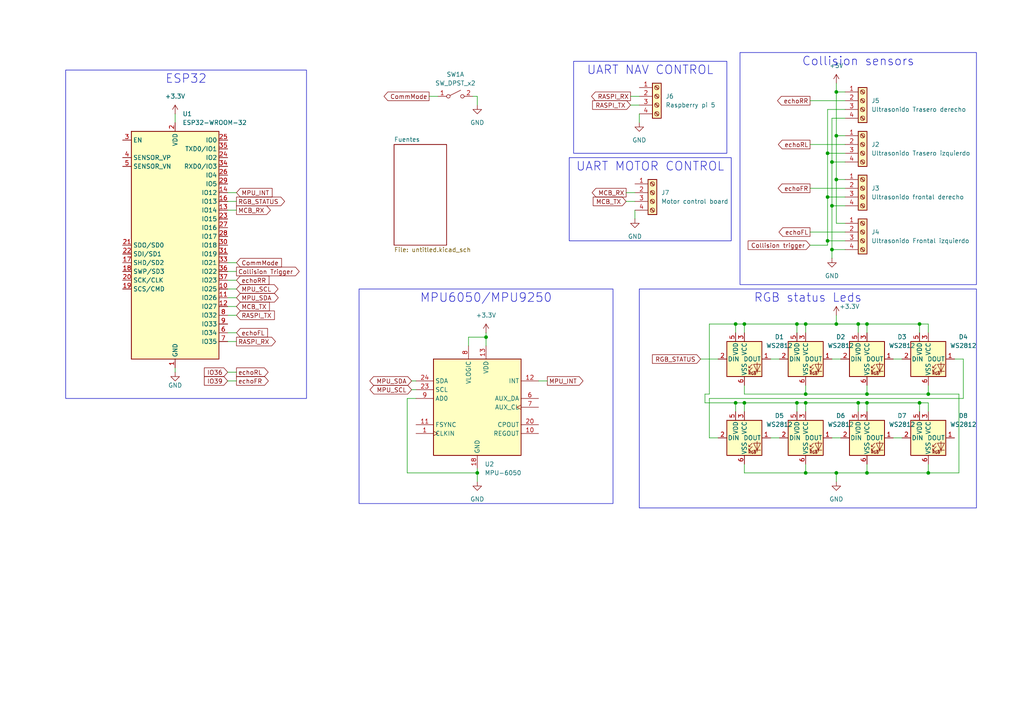
<source format=kicad_sch>
(kicad_sch (version 20250114) (generator "eeschema") (generator_version "9.0")
  (paper "A4")
  (title_block (title "HoverRobot Mainboard") (date "2025-12-05") (rev "1.0.0"))
  (lib_symbols
    (symbol "Connector:Screw_Terminal_01x04" (pin_names (offset 1.016) (hide yes))
      (property "Reference" "J" (at 0 5.08 0))
      (property "Value" "Screw_Terminal_01x04" (at 0 -7.62 0))
      (symbol "Screw_Terminal_01x04_1_1"
        (rectangle (start -1.27 3.81) (end 1.27 -6.35) (stroke (width 0.254)) (fill (type background)))
        (polyline (pts (xy -0.5334 2.8702) (xy 0.3302 2.032)) (stroke (width 0.1524)))
        (polyline (pts (xy -0.5334 0.3302) (xy 0.3302 -0.508)) (stroke (width 0.1524)))
        (polyline (pts (xy -0.5334 -2.2098) (xy 0.3302 -3.048)) (stroke (width 0.1524)))
        (polyline (pts (xy -0.5334 -4.7498) (xy 0.3302 -5.588)) (stroke (width 0.1524)))
        (polyline (pts (xy -0.3556 3.048) (xy 0.508 2.2098)) (stroke (width 0.1524)))
        (polyline (pts (xy -0.3556 0.508) (xy 0.508 -0.3302)) (stroke (width 0.1524)))
        (polyline (pts (xy -0.3556 -2.032) (xy 0.508 -2.8702)) (stroke (width 0.1524)))
        (polyline (pts (xy -0.3556 -4.572) (xy 0.508 -5.4102)) (stroke (width 0.1524)))
        (circle (center 0 2.54) (radius 0.635) (stroke (width 0.1524)))
        (circle (center 0 0) (radius 0.635) (stroke (width 0.1524)))
        (circle (center 0 -2.54) (radius 0.635) (stroke (width 0.1524)))
        (circle (center 0 -5.08) (radius 0.635) (stroke (width 0.1524)))
        (pin passive line (at -5.08 2.54 0) (length 3.81) (name "Pin_1") (number "1"))
        (pin passive line (at -5.08 0 0) (length 3.81) (name "Pin_2") (number "2"))
        (pin passive line (at -5.08 -2.54 0) (length 3.81) (name "Pin_3") (number "3"))
        (pin passive line (at -5.08 -5.08 0) (length 3.81) (name "Pin_4") (number "4"))
      )
    )
    (symbol "LED:WS2812" (pin_names (offset 0.254))
      (property "Reference" "D" (at 5.08 5.715 0))
      (property "Value" "WS2812" (at 1.27 -5.715 0))
      (symbol "WS2812_0_0"
        (text "RGB" (at 2.286 -4.191 0) (effects (font (size 0.762 0.762))))
      )
      (symbol "WS2812_0_1"
        (polyline (pts (xy 1.27 -2.54) (xy 1.778 -2.54)))
        (polyline (pts (xy 1.27 -3.556) (xy 1.778 -3.556)))
        (polyline (pts (xy 2.286 -1.524) (xy 1.27 -2.54) (xy 1.27 -2.032)))
        (polyline (pts (xy 2.286 -2.54) (xy 1.27 -3.556) (xy 1.27 -3.048)))
        (polyline (pts (xy 3.683 -1.016) (xy 3.683 -3.556) (xy 3.683 -4.064)))
        (polyline (pts (xy 4.699 -1.524) (xy 2.667 -1.524) (xy 3.683 -3.556) (xy 4.699 -1.524)))
        (polyline (pts (xy 4.699 -3.556) (xy 2.667 -3.556)))
        (rectangle (start 5.08 5.08) (end -5.08 -5.08) (stroke (width 0.254)) (fill (type background)))
      )
      (symbol "WS2812_1_1"
        (pin input line (at -7.62 0 0) (length 2.54) (name "DIN") (number "2"))
        (pin power_in line (at -2.54 7.62 270) (length 2.54) (name "VDD") (number "5"))
        (pin power_in line (at 0 7.62 270) (length 2.54) (name "VCC") (number "3"))
        (pin power_in line (at 0 -7.62 90) (length 2.54) (name "VSS") (number "6"))
        (pin no_connect line (at 5.08 2.54 180) (length 2.54) (hide yes) (name "NC") (number "4"))
        (pin output line (at 7.62 0 180) (length 2.54) (name "DOUT") (number "1"))
      )
    )
    (symbol "RF_Module:ESP32-WROOM-32"
      (property "Reference" "U" (at -12.7 34.29 0))
      (property "Value" "ESP32-WROOM-32" (at 1.27 34.29 0))
      (symbol "ESP32-WROOM-32_0_1"
        (rectangle (start -12.7 33.02) (end 12.7 -33.02) (stroke (width 0.254)) (fill (type background)))
      )
      (symbol "ESP32-WROOM-32_1_1"
        (pin input line (at -15.24 30.48 0) (length 2.54) (name "EN") (number "3"))
        (pin input line (at -15.24 25.4 0) (length 2.54) (name "SENSOR_VP") (number "4"))
        (pin input line (at -15.24 22.86 0) (length 2.54) (name "SENSOR_VN") (number "5"))
        (pin bidirectional line (at -15.24 0 0) (length 2.54) (name "SDO/SD0") (number "21"))
        (pin bidirectional line (at -15.24 -2.54 0) (length 2.54) (name "SDI/SD1") (number "22"))
        (pin bidirectional line (at -15.24 -5.08 0) (length 2.54) (name "SHD/SD2") (number "17"))
        (pin bidirectional line (at -15.24 -7.62 0) (length 2.54) (name "SWP/SD3") (number "18"))
        (pin bidirectional line (at -15.24 -10.16 0) (length 2.54) (name "SCK/CLK") (number "20"))
        (pin bidirectional line (at -15.24 -12.7 0) (length 2.54) (name "SCS/CMD") (number "19"))
        (pin no_connect line (at -12.7 -27.94 0) (length 2.54) (hide yes) (name "NC") (number "32"))
        (pin power_in line (at 0 35.56 270) (length 2.54) (name "VDD") (number "2"))
        (pin power_in line (at 0 -35.56 90) (length 2.54) (name "GND") (number "1"))
        (pin passive line (at 0 -35.56 90) (length 2.54) (hide yes) (name "GND") (number "15"))
        (pin passive line (at 0 -35.56 90) (length 2.54) (hide yes) (name "GND") (number "38"))
        (pin passive line (at 0 -35.56 90) (length 2.54) (hide yes) (name "GND") (number "39"))
        (pin bidirectional line (at 15.24 30.48 180) (length 2.54) (name "IO0") (number "25"))
        (pin bidirectional line (at 15.24 27.94 180) (length 2.54) (name "TXD0/IO1") (number "35"))
        (pin bidirectional line (at 15.24 25.4 180) (length 2.54) (name "IO2") (number "24"))
        (pin bidirectional line (at 15.24 22.86 180) (length 2.54) (name "RXD0/IO3") (number "34"))
        (pin bidirectional line (at 15.24 20.32 180) (length 2.54) (name "IO4") (number "26"))
        (pin bidirectional line (at 15.24 17.78 180) (length 2.54) (name "IO5") (number "29"))
        (pin bidirectional line (at 15.24 15.24 180) (length 2.54) (name "IO12") (number "14"))
        (pin bidirectional line (at 15.24 12.7 180) (length 2.54) (name "IO13") (number "16"))
        (pin bidirectional line (at 15.24 10.16 180) (length 2.54) (name "IO14") (number "13"))
        (pin bidirectional line (at 15.24 7.62 180) (length 2.54) (name "IO15") (number "23"))
        (pin bidirectional line (at 15.24 5.08 180) (length 2.54) (name "IO16") (number "27"))
        (pin bidirectional line (at 15.24 2.54 180) (length 2.54) (name "IO17") (number "28"))
        (pin bidirectional line (at 15.24 0 180) (length 2.54) (name "IO18") (number "30"))
        (pin bidirectional line (at 15.24 -2.54 180) (length 2.54) (name "IO19") (number "31"))
        (pin bidirectional line (at 15.24 -5.08 180) (length 2.54) (name "IO21") (number "33"))
        (pin bidirectional line (at 15.24 -7.62 180) (length 2.54) (name "IO22") (number "36"))
        (pin bidirectional line (at 15.24 -10.16 180) (length 2.54) (name "IO23") (number "37"))
        (pin bidirectional line (at 15.24 -12.7 180) (length 2.54) (name "IO25") (number "10"))
        (pin bidirectional line (at 15.24 -15.24 180) (length 2.54) (name "IO26") (number "11"))
        (pin bidirectional line (at 15.24 -17.78 180) (length 2.54) (name "IO27") (number "12"))
        (pin bidirectional line (at 15.24 -20.32 180) (length 2.54) (name "IO32") (number "8"))
        (pin bidirectional line (at 15.24 -22.86 180) (length 2.54) (name "IO33") (number "9"))
        (pin input line (at 15.24 -25.4 180) (length 2.54) (name "IO34") (number "6"))
        (pin input line (at 15.24 -27.94 180) (length 2.54) (name "IO35") (number "7"))
      )
    )
    (symbol "Sensor_Motion:MPU-6050"
      (property "Reference" "U" (at -11.43 13.97 0))
      (property "Value" "MPU-6050" (at 7.62 -15.24 0))
      (symbol "MPU-6050_0_1"
        (rectangle (start -12.7 13.97) (end 12.7 -13.97) (stroke (width 0.254)) (fill (type background)))
      )
      (symbol "MPU-6050_1_1"
        (pin bidirectional line (at -17.78 7.62 0) (length 5.08) (name "SDA") (number "24"))
        (pin input line (at -17.78 5.08 0) (length 5.08) (name "SCL") (number "23"))
        (pin input line (at -17.78 2.54 0) (length 5.08) (name "AD0") (number "9"))
        (pin input line (at -17.78 -5.08 0) (length 5.08) (name "FSYNC") (number "11"))
        (pin input clock (at -17.78 -7.62 0) (length 5.08) (name "CLKIN") (number "1"))
        (pin no_connect line (at -12.7 12.7 0) (length 2.54) (hide yes) (name "NC") (number "2"))
        (pin no_connect line (at -12.7 10.16 0) (length 2.54) (hide yes) (name "NC") (number "3"))
        (pin no_connect line (at -12.7 0 0) (length 2.54) (hide yes) (name "NC") (number "4"))
        (pin no_connect line (at -12.7 -2.54 0) (length 2.54) (hide yes) (name "NC") (number "5"))
        (pin no_connect line (at -12.7 -10.16 0) (length 2.54) (hide yes) (name "NC") (number "14"))
        (pin power_in line (at -2.54 17.78 270) (length 3.81) (name "VLOGIC") (number "8"))
        (pin power_in line (at 0 -17.78 90) (length 3.81) (name "GND") (number "18"))
        (pin power_in line (at 2.54 17.78 270) (length 3.81) (name "VDD") (number "13"))
        (pin no_connect line (at 12.7 12.7 180) (length 2.54) (hide yes) (name "NC") (number "15"))
        (pin no_connect line (at 12.7 10.16 180) (length 2.54) (hide yes) (name "NC") (number "16"))
        (pin no_connect line (at 12.7 5.08 180) (length 2.54) (hide yes) (name "NC") (number "17"))
        (pin no_connect line (at 12.7 -2.54 180) (length 2.54) (hide yes) (name "RESV") (number "21"))
        (pin no_connect line (at 12.7 -10.16 180) (length 2.54) (hide yes) (name "RESV") (number "19"))
        (pin no_connect line (at 12.7 -12.7 180) (length 2.54) (hide yes) (name "RESV") (number "22"))
        (pin output line (at 17.78 7.62 180) (length 5.08) (name "INT") (number "12"))
        (pin bidirectional line (at 17.78 2.54 180) (length 5.08) (name "AUX_DA") (number "6"))
        (pin output clock (at 17.78 0 180) (length 5.08) (name "AUX_CL") (number "7"))
        (pin passive line (at 17.78 -5.08 180) (length 5.08) (name "CPOUT") (number "20"))
        (pin passive line (at 17.78 -7.62 180) (length 5.08) (name "REGOUT") (number "10"))
      )
    )
    (symbol "Switch:SW_DPST_x2" (pin_names (offset 0) (hide yes))
      (property "Reference" "SW" (at 0 3.175 0))
      (property "Value" "SW_DPST_x2" (at 0 -2.54 0))
      (symbol "SW_DPST_x2_0_0"
        (circle (center -2.032 0) (radius 0.508))
        (polyline (pts (xy -1.524 0.254) (xy 1.524 1.778)))
        (circle (center 2.032 0) (radius 0.508))
      )
      (symbol "SW_DPST_x2_1_1"
        (pin passive line (at -5.08 0 0) (length 2.54) (name "A") (number "1"))
        (pin passive line (at 5.08 0 180) (length 2.54) (name "B") (number "2"))
      )
      (symbol "SW_DPST_x2_2_1"
        (pin passive line (at -5.08 0 0) (length 2.54) (name "A") (number "3"))
        (pin passive line (at 5.08 0 180) (length 2.54) (name "B") (number "4"))
      )
    )
    (symbol "power:+3.3V" (power) (pin_numbers (hide yes)) (pin_names (offset 0) (hide yes))
      (property "Value" "+3.3V" (at 0 3.556 0))
      (symbol "+3.3V_0_1"
        (polyline (pts (xy -0.762 1.27) (xy 0 2.54)))
        (polyline (pts (xy 0 2.54) (xy 0.762 1.27)))
        (polyline (pts (xy 0 0) (xy 0 2.54)))
      )
      (symbol "+3.3V_1_1"
        (pin power_in line (at 0 0 90) (length 0) (name "~") (number "1"))
      )
    )
    (symbol "power:+5V" (power) (pin_numbers (hide yes)) (pin_names (offset 0) (hide yes))
      (property "Value" "+5V" (at 0 3.556 0))
      (symbol "+5V_0_1"
        (polyline (pts (xy -0.762 1.27) (xy 0 2.54)))
        (polyline (pts (xy 0 2.54) (xy 0.762 1.27)))
        (polyline (pts (xy 0 0) (xy 0 2.54)))
      )
      (symbol "+5V_1_1"
        (pin power_in line (at 0 0 90) (length 0) (name "~") (number "1"))
      )
    )
    (symbol "power:GND" (power) (pin_numbers (hide yes)) (pin_names (offset 0) (hide yes))
      (property "Value" "GND" (at 0 -3.81 0))
      (symbol "GND_0_1"
        (polyline (pts (xy 0 0) (xy 0 -1.27) (xy 1.27 -1.27) (xy 0 -2.54) (xy -1.27 -1.27) (xy 0 -1.27)))
      )
      (symbol "GND_1_1"
        (pin power_in line (at 0 0 270) (length 0) (name "~") (number "1"))
      )
    )
  )
  (text_box "MPU6050/MPU9250" (at 104.14 83.82 0) (size 73.66 62.23) (margins 0.9525 0.9525 0.9525 0.9525) (effects (font (size 2.54 2.54)) (justify top)))
  (text_box "ESP32" (at 19.05 20.32 0) (size 69.85 95.25) (margins 0.9525 0.9525 0.9525 0.9525) (effects (font (size 2.5 2.5)) (justify top)))
  (text_box "Collision sensors" (at 214.63 15.24 0) (size 68.58 67.31) (margins 0.9525 0.9525 0.9525 0.9525) (effects (font (size 2.5 2.5)) (justify top)))
  (text_box "RGB status Leds" (at 185.42 83.82 0) (size 97.79 63.5) (margins 0.9525 0.9525 0.9525 0.9525) (effects (font (size 2.5 2.5)) (justify top)))
  (text_box "UART MOTOR CONTROL\n" (at 165.1 45.72 0) (size 46.99 24.13) (margins 0.9525 0.9525 0.9525 0.9525) (effects (font (size 2.54 2.54)) (justify top)))
  (text_box "UART NAV CONTROL" (at 166.37 17.78 0) (size 44.45 26.67) (margins 0.9525 0.9525 0.9525 0.9525) (effects (font (size 2.5 2.5)) (justify top)))
  (junction (at 266.7 116.84))
  (junction (at 213.36 93.98))
  (junction (at 248.92 93.98))
  (junction (at 266.7 93.98))
  (junction (at 269.24 137.16))
  (junction (at 233.68 137.16))
  (junction (at 240.03 57.15))
  (junction (at 240.03 44.45))
  (junction (at 251.46 93.98))
  (junction (at 233.68 116.84))
  (junction (at 241.3 59.69))
  (junction (at 231.14 116.84))
  (junction (at 248.92 116.84))
  (junction (at 241.3 46.99))
  (junction (at 242.57 52.07))
  (junction (at 215.9 93.98))
  (junction (at 242.57 26.67))
  (junction (at 251.46 114.3))
  (junction (at 138.43 137.16))
  (junction (at 240.03 69.85))
  (junction (at 215.9 116.84))
  (junction (at 251.46 137.16))
  (junction (at 251.46 116.84))
  (junction (at 140.97 97.79))
  (junction (at 233.68 93.98))
  (junction (at 242.57 137.16))
  (junction (at 269.24 114.3))
  (junction (at 231.14 93.98))
  (junction (at 242.57 39.37))
  (junction (at 242.57 93.98))
  (junction (at 213.36 116.84))
  (junction (at 233.68 114.3))
  (junction (at 241.3 72.39))
  (wire (pts (xy 215.9 96.52) (xy 215.9 93.98)))
  (wire (pts (xy 269.24 111.76) (xy 269.24 114.3)))
  (wire (pts (xy 240.03 57.15) (xy 245.11 57.15)))
  (wire (pts (xy 240.03 31.75) (xy 240.03 44.45)))
  (wire (pts (xy 66.04 81.28) (xy 68.58 81.28)))
  (wire (pts (xy 278.13 137.16) (xy 269.24 137.16)))
  (wire (pts (xy 266.7 93.98) (xy 269.24 93.98)))
  (wire (pts (xy 245.11 69.85) (xy 240.03 69.85)))
  (wire (pts (xy 124.46 27.94) (xy 127 27.94)))
  (wire (pts (xy 251.46 116.84) (xy 251.46 119.38)))
  (wire (pts (xy 251.46 93.98) (xy 251.46 96.52)))
  (wire (pts (xy 66.04 58.42) (xy 68.58 58.42)))
  (wire (pts (xy 248.92 116.84) (xy 233.68 116.84)))
  (wire (pts (xy 242.57 93.98) (xy 248.92 93.98)))
  (wire (pts (xy 213.36 93.98) (xy 205.74 93.98)))
  (wire (pts (xy 140.97 97.79) (xy 140.97 96.52)))
  (wire (pts (xy 245.11 54.61) (xy 234.95 54.61)))
  (wire (pts (xy 241.3 72.39) (xy 241.3 74.93)))
  (wire (pts (xy 156.21 110.49) (xy 158.75 110.49)))
  (wire (pts (xy 251.46 93.98) (xy 266.7 93.98)))
  (wire (pts (xy 241.3 59.69) (xy 245.11 59.69)))
  (wire (pts (xy 182.88 30.48) (xy 185.42 30.48)))
  (wire (pts (xy 215.9 116.84) (xy 213.36 116.84)))
  (wire (pts (xy 241.3 46.99) (xy 245.11 46.99)))
  (wire (pts (xy 248.92 96.52) (xy 248.92 93.98)))
  (wire (pts (xy 138.43 30.48) (xy 138.43 27.94)))
  (wire (pts (xy 135.89 100.33) (xy 135.89 97.79)))
  (wire (pts (xy 242.57 137.16) (xy 242.57 139.7)))
  (wire (pts (xy 241.3 34.29) (xy 245.11 34.29)))
  (wire (pts (xy 231.14 96.52) (xy 231.14 93.98)))
  (wire (pts (xy 241.3 72.39) (xy 241.3 59.69)))
  (wire (pts (xy 279.4 104.14) (xy 279.4 115.57)))
  (wire (pts (xy 204.47 116.84) (xy 213.36 116.84)))
  (wire (pts (xy 66.04 88.9) (xy 68.58 88.9)))
  (wire (pts (xy 231.14 116.84) (xy 215.9 116.84)))
  (wire (pts (xy 240.03 44.45) (xy 240.03 57.15)))
  (wire (pts (xy 66.04 55.88) (xy 68.58 55.88)))
  (wire (pts (xy 242.57 52.07) (xy 242.57 39.37)))
  (wire (pts (xy 242.57 39.37) (xy 245.11 39.37)))
  (wire (pts (xy 234.95 41.91) (xy 245.11 41.91)))
  (wire (pts (xy 138.43 137.16) (xy 138.43 139.7)))
  (wire (pts (xy 276.86 104.14) (xy 279.4 104.14)))
  (wire (pts (xy 66.04 99.06) (xy 68.58 99.06)))
  (wire (pts (xy 223.52 127) (xy 226.06 127)))
  (wire (pts (xy 138.43 135.89) (xy 138.43 137.16)))
  (wire (pts (xy 223.52 104.14) (xy 226.06 104.14)))
  (wire (pts (xy 66.04 76.2) (xy 68.58 76.2)))
  (wire (pts (xy 269.24 119.38) (xy 269.24 116.84)))
  (wire (pts (xy 240.03 69.85) (xy 240.03 57.15)))
  (wire (pts (xy 245.11 31.75) (xy 240.03 31.75)))
  (wire (pts (xy 119.38 110.49) (xy 120.65 110.49)))
  (wire (pts (xy 266.7 116.84) (xy 251.46 116.84)))
  (wire (pts (xy 213.36 96.52) (xy 213.36 93.98)))
  (wire (pts (xy 251.46 114.3) (xy 269.24 114.3)))
  (wire (pts (xy 269.24 96.52) (xy 269.24 93.98)))
  (wire (pts (xy 279.4 115.57) (xy 205.74 115.57)))
  (wire (pts (xy 66.04 96.52) (xy 68.58 96.52)))
  (wire (pts (xy 234.95 71.12) (xy 240.03 71.12)))
  (wire (pts (xy 182.88 27.94) (xy 185.42 27.94)))
  (wire (pts (xy 184.15 60.96) (xy 184.15 63.5)))
  (wire (pts (xy 205.74 127) (xy 208.28 127)))
  (wire (pts (xy 215.9 137.16) (xy 233.68 137.16)))
  (wire (pts (xy 245.11 64.77) (xy 242.57 64.77)))
  (wire (pts (xy 231.14 116.84) (xy 231.14 119.38)))
  (wire (pts (xy 242.57 24.13) (xy 242.57 26.67)))
  (wire (pts (xy 181.61 55.88) (xy 184.15 55.88)))
  (wire (pts (xy 66.04 60.96) (xy 68.58 60.96)))
  (wire (pts (xy 66.04 86.36) (xy 68.58 86.36)))
  (wire (pts (xy 205.74 93.98) (xy 205.74 114.3)))
  (wire (pts (xy 251.46 111.76) (xy 251.46 114.3)))
  (wire (pts (xy 266.7 116.84) (xy 266.7 119.38)))
  (wire (pts (xy 233.68 93.98) (xy 231.14 93.98)))
  (wire (pts (xy 269.24 114.3) (xy 278.13 114.3)))
  (wire (pts (xy 140.97 97.79) (xy 140.97 100.33)))
  (wire (pts (xy 215.9 93.98) (xy 213.36 93.98)))
  (wire (pts (xy 50.8 106.68) (xy 50.8 107.95)))
  (wire (pts (xy 233.68 111.76) (xy 233.68 114.3)))
  (wire (pts (xy 66.04 110.49) (xy 68.58 110.49)))
  (wire (pts (xy 248.92 93.98) (xy 251.46 93.98)))
  (wire (pts (xy 242.57 52.07) (xy 245.11 52.07)))
  (wire (pts (xy 50.8 33.02) (xy 50.8 35.56)))
  (wire (pts (xy 215.9 111.76) (xy 215.9 114.3)))
  (wire (pts (xy 120.65 115.57) (xy 118.11 115.57)))
  (wire (pts (xy 215.9 114.3) (xy 233.68 114.3)))
  (wire (pts (xy 242.57 64.77) (xy 242.57 52.07)))
  (wire (pts (xy 135.89 97.79) (xy 140.97 97.79)))
  (wire (pts (xy 205.74 114.3) (xy 204.47 114.3)))
  (wire (pts (xy 234.95 29.21) (xy 245.11 29.21)))
  (wire (pts (xy 215.9 134.62) (xy 215.9 137.16)))
  (wire (pts (xy 233.68 137.16) (xy 242.57 137.16)))
  (wire (pts (xy 242.57 91.44) (xy 242.57 93.98)))
  (wire (pts (xy 233.68 93.98) (xy 242.57 93.98)))
  (wire (pts (xy 66.04 91.44) (xy 68.58 91.44)))
  (wire (pts (xy 138.43 27.94) (xy 137.16 27.94)))
  (wire (pts (xy 118.11 137.16) (xy 138.43 137.16)))
  (wire (pts (xy 213.36 116.84) (xy 213.36 119.38)))
  (wire (pts (xy 259.08 104.14) (xy 261.62 104.14)))
  (wire (pts (xy 266.7 93.98) (xy 266.7 96.52)))
  (wire (pts (xy 251.46 134.62) (xy 251.46 137.16)))
  (wire (pts (xy 259.08 127) (xy 261.62 127)))
  (wire (pts (xy 251.46 116.84) (xy 248.92 116.84)))
  (wire (pts (xy 242.57 26.67) (xy 245.11 26.67)))
  (wire (pts (xy 234.95 67.31) (xy 245.11 67.31)))
  (wire (pts (xy 242.57 137.16) (xy 251.46 137.16)))
  (wire (pts (xy 241.3 104.14) (xy 243.84 104.14)))
  (wire (pts (xy 233.68 116.84) (xy 233.68 119.38)))
  (wire (pts (xy 241.3 46.99) (xy 241.3 34.29)))
  (wire (pts (xy 233.68 134.62) (xy 233.68 137.16)))
  (wire (pts (xy 241.3 59.69) (xy 241.3 46.99)))
  (wire (pts (xy 278.13 114.3) (xy 278.13 137.16)))
  (wire (pts (xy 203.2 104.14) (xy 208.28 104.14)))
  (wire (pts (xy 233.68 116.84) (xy 231.14 116.84)))
  (wire (pts (xy 248.92 116.84) (xy 248.92 119.38)))
  (wire (pts (xy 233.68 114.3) (xy 251.46 114.3)))
  (wire (pts (xy 240.03 71.12) (xy 240.03 69.85)))
  (wire (pts (xy 205.74 115.57) (xy 205.74 127)))
  (wire (pts (xy 215.9 116.84) (xy 215.9 119.38)))
  (wire (pts (xy 204.47 114.3) (xy 204.47 116.84)))
  (wire (pts (xy 251.46 137.16) (xy 269.24 137.16)))
  (wire (pts (xy 245.11 44.45) (xy 240.03 44.45)))
  (wire (pts (xy 66.04 83.82) (xy 68.58 83.82)))
  (wire (pts (xy 233.68 96.52) (xy 233.68 93.98)))
  (wire (pts (xy 269.24 116.84) (xy 266.7 116.84)))
  (wire (pts (xy 241.3 127) (xy 243.84 127)))
  (wire (pts (xy 245.11 72.39) (xy 241.3 72.39)))
  (wire (pts (xy 181.61 58.42) (xy 184.15 58.42)))
  (wire (pts (xy 242.57 39.37) (xy 242.57 26.67)))
  (wire (pts (xy 119.38 113.03) (xy 120.65 113.03)))
  (wire (pts (xy 185.42 33.02) (xy 185.42 35.56)))
  (wire (pts (xy 269.24 134.62) (xy 269.24 137.16)))
  (wire (pts (xy 66.04 78.74) (xy 68.58 78.74)))
  (wire (pts (xy 118.11 115.57) (xy 118.11 137.16)))
  (wire (pts (xy 66.04 107.95) (xy 68.58 107.95)))
  (wire (pts (xy 231.14 93.98) (xy 215.9 93.98)))
  (global_label "echoFR" (shape output) (at 68.58 110.49 0) (property "Intersheetrefs" "${INTERSHEET_REFS}" (effects (hide yes))))
  (global_label "MPU_SCL" (shape bidirectional) (at 68.58 83.82 0) (property "Intersheetrefs" "${INTERSHEET_REFS}" (effects (hide yes))))
  (global_label "CommMode" (shape input) (at 68.58 76.2 0) (property "Intersheetrefs" "${INTERSHEET_REFS}" (effects (hide yes))))
  (global_label "RASPI_RX" (shape output) (at 68.58 99.06 0) (property "Intersheetrefs" "${INTERSHEET_REFS}" (effects (hide yes))))
  (global_label "MPU_INT" (shape output) (at 158.75 110.49 0) (property "Intersheetrefs" "${INTERSHEET_REFS}" (effects (hide yes))))
  (global_label "MPU_SDA" (shape bidirectional) (at 119.38 110.49 180) (property "Intersheetrefs" "${INTERSHEET_REFS}" (effects (hide yes))))
  (global_label "MCB_TX" (shape input) (at 68.58 88.9 0) (property "Intersheetrefs" "${INTERSHEET_REFS}" (effects (hide yes))))
  (global_label "IO39" (shape input) (at 66.04 110.49 180) (property "Intersheetrefs" "${INTERSHEET_REFS}" (effects (hide yes))))
  (global_label "RGB_STATUS" (shape output) (at 68.58 58.42 0) (property "Intersheetrefs" "${INTERSHEET_REFS}" (effects (hide yes))))
  (global_label "CommMode" (shape output) (at 124.46 27.94 180) (property "Intersheetrefs" "${INTERSHEET_REFS}" (effects (hide yes))))
  (global_label "echoRL" (shape output) (at 68.58 107.95 0) (property "Intersheetrefs" "${INTERSHEET_REFS}" (effects (hide yes))))
  (global_label "MCB_RX" (shape output) (at 68.58 60.96 0) (property "Intersheetrefs" "${INTERSHEET_REFS}" (effects (hide yes))))
  (global_label "echoRR" (shape output) (at 234.95 29.21 180) (property "Intersheetrefs" "${INTERSHEET_REFS}" (effects (hide yes))))
  (global_label "Collision Trigger" (shape output) (at 68.58 78.74 0) (property "Intersheetrefs" "${INTERSHEET_REFS}" (effects (hide yes))))
  (global_label "MPU_INT" (shape input) (at 68.58 55.88 0) (property "Intersheetrefs" "${INTERSHEET_REFS}" (effects (hide yes))))
  (global_label "RGB_STATUS" (shape input) (at 203.2 104.14 180) (property "Intersheetrefs" "${INTERSHEET_REFS}" (effects (hide yes))))
  (global_label "echoFL" (shape input) (at 68.58 96.52 0) (property "Intersheetrefs" "${INTERSHEET_REFS}" (effects (hide yes))))
  (global_label "MPU_SDA" (shape bidirectional) (at 68.58 86.36 0) (property "Intersheetrefs" "${INTERSHEET_REFS}" (effects (hide yes))))
  (global_label "RASPI_TX" (shape input) (at 182.88 30.48 180) (property "Intersheetrefs" "${INTERSHEET_REFS}" (effects (hide yes))))
  (global_label "echoFL" (shape output) (at 234.95 67.31 180) (property "Intersheetrefs" "${INTERSHEET_REFS}" (effects (hide yes))))
  (global_label "IO36" (shape input) (at 66.04 107.95 180) (property "Intersheetrefs" "${INTERSHEET_REFS}" (effects (hide yes))))
  (global_label "echoFR" (shape output) (at 234.95 54.61 180) (property "Intersheetrefs" "${INTERSHEET_REFS}" (effects (hide yes))))
  (global_label "Collision trigger" (shape input) (at 234.95 71.12 180) (property "Intersheetrefs" "${INTERSHEET_REFS}" (effects (hide yes))))
  (global_label "echoRR" (shape input) (at 68.58 81.28 0) (property "Intersheetrefs" "${INTERSHEET_REFS}" (effects (hide yes))))
  (global_label "RASPI_RX" (shape output) (at 182.88 27.94 180) (property "Intersheetrefs" "${INTERSHEET_REFS}" (effects (hide yes))))
  (global_label "MCB_TX" (shape input) (at 181.61 58.42 180) (property "Intersheetrefs" "${INTERSHEET_REFS}" (effects (hide yes))))
  (global_label "RASPI_TX" (shape input) (at 68.58 91.44 0) (property "Intersheetrefs" "${INTERSHEET_REFS}" (effects (hide yes))))
  (global_label "MCB_RX" (shape output) (at 181.61 55.88 180) (property "Intersheetrefs" "${INTERSHEET_REFS}" (effects (hide yes))))
  (global_label "MPU_SCL" (shape bidirectional) (at 119.38 113.03 180) (property "Intersheetrefs" "${INTERSHEET_REFS}" (effects (hide yes))))
  (global_label "echoRL" (shape output) (at 234.95 41.91 180) (property "Intersheetrefs" "${INTERSHEET_REFS}" (effects (hide yes))))
  (symbol (lib_id "LED:WS2812") (at 269.24 127 0) (unit 1)
    (property "Reference" "D8" (at 279.4 120.5798 0))
    (property "Value" "WS2812" (at 279.4 123.1198 0))
    (property "Footprint" "LED_SMD:LED_WS2812_PLCC6_5.0x5.0mm_P1.6mm" (effects (hide yes)))
    (property "Datasheet" "https://cdn-shop.adafruit.com/datasheets/WS2812.pdf" (effects (hide yes)))
    (property "Description" "RGB LED with integrated controller" (effects (hide yes)))
  )
  (symbol (lib_id "power:GND") (at 242.57 139.7 0) (unit 1)
    (property "Reference" "#PWR03" (effects (hide yes)))
    (property "Value" "GND" (at 242.57 144.78 0))
    (property "Description" "Power symbol creates a global label with name \"GND\" , ground" (effects (hide yes)))
  )
  (symbol (lib_id "power:+3.3V") (at 140.97 96.52 0) (unit 1)
    (property "Reference" "#PWR07" (effects (hide yes)))
    (property "Value" "+3.3V" (at 140.97 91.44 0))
    (property "Description" "Power symbol creates a global label with name \"+3.3V\"" (effects (hide yes)))
  )
  (symbol (lib_id "Connector:Screw_Terminal_01x04") (at 250.19 29.21 0) (unit 1)
    (property "Reference" "J5" (at 252.73 29.2099 0) (effects (justify left)))
    (property "Value" "Ultrasonido Trasero derecho" (at 252.73 31.7499 0) (effects (justify left)))
    (property "Description" "Generic screw terminal, single row, 01x04, script generated (kicad-library-utils/schlib/autogen/connector/)" (effects (hide yes)))
  )
  (symbol (lib_id "LED:WS2812") (at 215.9 127 0) (unit 1)
    (property "Reference" "D5" (at 226.06 120.5798 0))
    (property "Value" "WS2812" (at 226.06 123.1198 0))
    (property "Footprint" "LED_SMD:LED_WS2812_PLCC6_5.0x5.0mm_P1.6mm" (effects (hide yes)))
    (property "Datasheet" "https://cdn-shop.adafruit.com/datasheets/WS2812.pdf" (effects (hide yes)))
    (property "Description" "RGB LED with integrated controller" (effects (hide yes)))
  )
  (symbol (lib_id "Connector:Screw_Terminal_01x04") (at 250.19 67.31 0) (unit 1)
    (property "Reference" "J4" (at 252.73 67.3099 0) (effects (justify left)))
    (property "Value" "Ultrasonido Frontal izquierdo" (at 252.73 69.8499 0) (effects (justify left)))
    (property "Description" "Generic screw terminal, single row, 01x04, script generated (kicad-library-utils/schlib/autogen/connector/)" (effects (hide yes)))
  )
  (symbol (lib_id "power:GND") (at 138.43 139.7 0) (unit 1)
    (property "Reference" "#PWR06" (effects (hide yes)))
    (property "Value" "GND" (at 138.43 144.78 0))
    (property "Description" "Power symbol creates a global label with name \"GND\" , ground" (effects (hide yes)))
  )
  (symbol (lib_id "power:+3.3V") (at 242.57 91.44 0) (unit 1)
    (property "Reference" "#PWR04" (effects (hide yes)))
    (property "Value" "+3.3V" (at 246.38 88.9 0))
    (property "Description" "Power symbol creates a global label with name \"+3.3V\"" (effects (hide yes)))
  )
  (symbol (lib_id "LED:WS2812") (at 233.68 127 0) (unit 1)
    (property "Reference" "D6" (at 243.84 120.5798 0))
    (property "Value" "WS2812" (at 243.84 123.1198 0))
    (property "Footprint" "LED_SMD:LED_WS2812_PLCC6_5.0x5.0mm_P1.6mm" (effects (hide yes)))
    (property "Datasheet" "https://cdn-shop.adafruit.com/datasheets/WS2812.pdf" (effects (hide yes)))
    (property "Description" "RGB LED with integrated controller" (effects (hide yes)))
  )
  (symbol (lib_id "LED:WS2812") (at 215.9 104.14 0) (unit 1)
    (property "Reference" "D1" (at 226.06 97.7198 0))
    (property "Value" "WS2812" (at 226.06 100.2598 0))
    (property "Footprint" "LED_SMD:LED_WS2812_PLCC6_5.0x5.0mm_P1.6mm" (effects (hide yes)))
    (property "Datasheet" "https://cdn-shop.adafruit.com/datasheets/WS2812.pdf" (effects (hide yes)))
    (property "Description" "RGB LED with integrated controller" (effects (hide yes)))
  )
  (symbol (lib_id "LED:WS2812") (at 251.46 127 0) (unit 1)
    (property "Reference" "D7" (at 261.62 120.5798 0))
    (property "Value" "WS2812" (at 261.62 123.1198 0))
    (property "Footprint" "LED_SMD:LED_WS2812_PLCC6_5.0x5.0mm_P1.6mm" (effects (hide yes)))
    (property "Datasheet" "https://cdn-shop.adafruit.com/datasheets/WS2812.pdf" (effects (hide yes)))
    (property "Description" "RGB LED with integrated controller" (effects (hide yes)))
  )
  (symbol (lib_id "Switch:SW_DPST_x2") (at 132.08 27.94 0) (unit 1)
    (property "Reference" "SW1" (at 132.08 21.59 0))
    (property "Value" "SW_DPST_x2" (at 132.08 24.13 0))
    (property "Description" "Single Pole Single Throw (SPST) switch, separate symbol" (effects (hide yes)))
  )
  (symbol (lib_id "power:GND") (at 241.3 74.93 0) (unit 1)
    (property "Reference" "#PWR02" (effects (hide yes)))
    (property "Value" "GND" (at 241.3 80.01 0))
    (property "Description" "Power symbol creates a global label with name \"GND\" , ground" (effects (hide yes)))
  )
  (symbol (lib_id "power:GND") (at 138.43 30.48 0) (unit 1)
    (property "Reference" "#PWR011" (effects (hide yes)))
    (property "Value" "GND" (at 138.43 35.56 0))
    (property "Description" "Power symbol creates a global label with name \"GND\" , ground" (effects (hide yes)))
  )
  (symbol (lib_id "Connector:Screw_Terminal_01x04") (at 250.19 54.61 0) (unit 1)
    (property "Reference" "J3" (at 252.73 54.6099 0) (effects (justify left)))
    (property "Value" "Ultrasonido frontal derecho" (at 252.73 57.1499 0) (effects (justify left)))
    (property "Description" "Generic screw terminal, single row, 01x04, script generated (kicad-library-utils/schlib/autogen/connector/)" (effects (hide yes)))
  )
  (symbol (lib_id "RF_Module:ESP32-WROOM-32") (at 50.8 71.12 0) (unit 1)
    (property "Reference" "U1" (at 52.9433 33.02 0) (effects (justify left)))
    (property "Value" "ESP32-WROOM-32" (at 52.9433 35.56 0) (effects (justify left)))
    (property "Footprint" "RF_Module:ESP32-WROOM-32" (effects (hide yes)))
    (property "Datasheet" "https://www.espressif.com/sites/default/files/documentation/esp32-wroom-32_datasheet_en.pdf" (effects (hide yes)))
    (property "Description" "RF Module, ESP32-D0WDQ6 SoC, Wi-Fi 802.11b/g/n, Bluetooth, BLE, 32-bit, 2.7-3.6V, onboard antenna, SMD" (effects (hide yes)))
  )
  (symbol (lib_id "Sensor_Motion:MPU-6050") (at 138.43 118.11 0) (unit 1)
    (property "Reference" "U2" (at 140.5733 134.62 0) (effects (justify left)))
    (property "Value" "MPU-6050" (at 140.5733 137.16 0) (effects (justify left)))
    (property "Footprint" "Sensor_Motion:InvenSense_QFN-24_4x4mm_P0.5mm" (effects (hide yes)))
    (property "Datasheet" "https://invensense.tdk.com/wp-content/uploads/2015/02/MPU-6000-Datasheet1.pdf" (effects (hide yes)))
    (property "Description" "InvenSense 6-Axis Motion Sensor, Gyroscope, Accelerometer, I2C" (effects (hide yes)))
  )
  (symbol (lib_id "power:GND") (at 184.15 63.5 0) (unit 1)
    (property "Reference" "#PWR08" (effects (hide yes)))
    (property "Value" "GND" (at 184.15 68.58 0))
    (property "Description" "Power symbol creates a global label with name \"GND\" , ground" (effects (hide yes)))
  )
  (symbol (lib_id "LED:WS2812") (at 269.24 104.14 0) (unit 1)
    (property "Reference" "D4" (at 279.4 97.7198 0))
    (property "Value" "WS2812" (at 279.4 100.2598 0))
    (property "Footprint" "LED_SMD:LED_WS2812_PLCC6_5.0x5.0mm_P1.6mm" (effects (hide yes)))
    (property "Datasheet" "https://cdn-shop.adafruit.com/datasheets/WS2812.pdf" (effects (hide yes)))
    (property "Description" "RGB LED with integrated controller" (effects (hide yes)))
  )
  (symbol (lib_id "power:+3.3V") (at 50.8 33.02 0) (unit 1)
    (property "Reference" "#PWR05" (effects (hide yes)))
    (property "Value" "+3.3V" (at 50.8 27.94 0))
    (property "Description" "Power symbol creates a global label with name \"+3.3V\"" (effects (hide yes)))
  )
  (symbol (lib_id "Connector:Screw_Terminal_01x04") (at 250.19 41.91 0) (unit 1)
    (property "Reference" "J2" (at 252.73 41.9099 0) (effects (justify left)))
    (property "Value" "Ultrasonido Trasero izquierdo" (at 252.73 44.4499 0) (effects (justify left)))
    (property "Description" "Generic screw terminal, single row, 01x04, script generated (kicad-library-utils/schlib/autogen/connector/)" (effects (hide yes)))
  )
  (symbol (lib_id "power:GND") (at 50.8 107.95 0) (unit 1)
    (property "Reference" "#PWR010" (effects (hide yes)))
    (property "Value" "GND" (at 50.8 111.76 0))
    (property "Description" "Power symbol creates a global label with name \"GND\" , ground" (effects (hide yes)))
  )
  (symbol (lib_id "power:GND") (at 185.42 35.56 0) (unit 1)
    (property "Reference" "#PWR09" (effects (hide yes)))
    (property "Value" "GND" (at 185.42 40.64 0))
    (property "Description" "Power symbol creates a global label with name \"GND\" , ground" (effects (hide yes)))
  )
  (symbol (lib_id "Connector:Screw_Terminal_01x04") (at 189.23 55.88 0) (unit 1)
    (property "Reference" "J7" (at 191.77 55.8799 0) (effects (justify left)))
    (property "Value" "Motor control board" (at 191.77 58.4199 0) (effects (justify left)))
    (property "Description" "Generic screw terminal, single row, 01x04, script generated (kicad-library-utils/schlib/autogen/connector/)" (effects (hide yes)))
  )
  (symbol (lib_id "power:+5V") (at 242.57 24.13 0) (unit 1)
    (property "Reference" "#PWR01" (effects (hide yes)))
    (property "Value" "+5V" (at 242.57 19.05 0))
    (property "Description" "Power symbol creates a global label with name \"+5V\"" (effects (hide yes)))
  )
  (symbol (lib_id "LED:WS2812") (at 251.46 104.14 0) (unit 1)
    (property "Reference" "D3" (at 261.62 97.7198 0))
    (property "Value" "WS2812" (at 261.62 100.2598 0))
    (property "Footprint" "LED_SMD:LED_WS2812_PLCC6_5.0x5.0mm_P1.6mm" (effects (hide yes)))
    (property "Datasheet" "https://cdn-shop.adafruit.com/datasheets/WS2812.pdf" (effects (hide yes)))
    (property "Description" "RGB LED with integrated controller" (effects (hide yes)))
  )
  (symbol (lib_id "LED:WS2812") (at 233.68 104.14 0) (unit 1)
    (property "Reference" "D2" (at 243.84 97.7198 0))
    (property "Value" "WS2812" (at 243.84 100.2598 0))
    (property "Footprint" "LED_SMD:LED_WS2812_PLCC6_5.0x5.0mm_P1.6mm" (effects (hide yes)))
    (property "Datasheet" "https://cdn-shop.adafruit.com/datasheets/WS2812.pdf" (effects (hide yes)))
    (property "Description" "RGB LED with integrated controller" (effects (hide yes)))
  )
  (symbol (lib_id "Connector:Screw_Terminal_01x04") (at 190.5 27.94 0) (unit 1)
    (property "Reference" "J6" (at 193.04 27.9399 0) (effects (justify left)))
    (property "Value" "Raspberry pi 5" (at 193.04 30.4799 0) (effects (justify left)))
    (property "Description" "Generic screw terminal, single row, 01x04, script generated (kicad-library-utils/schlib/autogen/connector/)" (effects (hide yes)))
  )
  (sheet (at 114.3 41.91) (size 15.24 29.21) (stroke (width 0.1524))
    (property "Sheetname" "Fuentes" (at 114.3 41.1984 0) (effects (justify left bottom)))
    (property "Sheetfile" "untitled.kicad_sch" (at 114.3 71.7046 0) (effects (justify left top)))
  )
)
</source>
